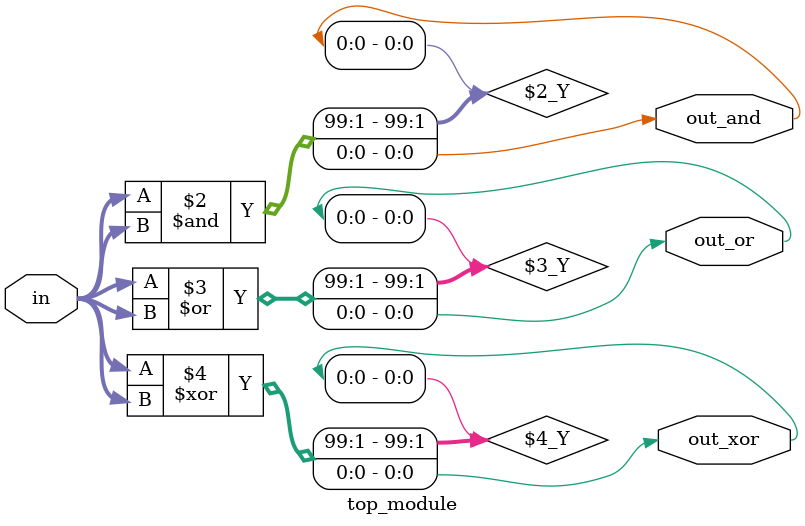
<source format=v>
module top_module( 
    input [99:0] in,
    output out_and,
    output out_or,
    output out_xor 
);

    always @(in) begin
        out_and = in & in;
        out_or = in | in;
        out_xor = in ^ in;
    end

endmodule
</source>
